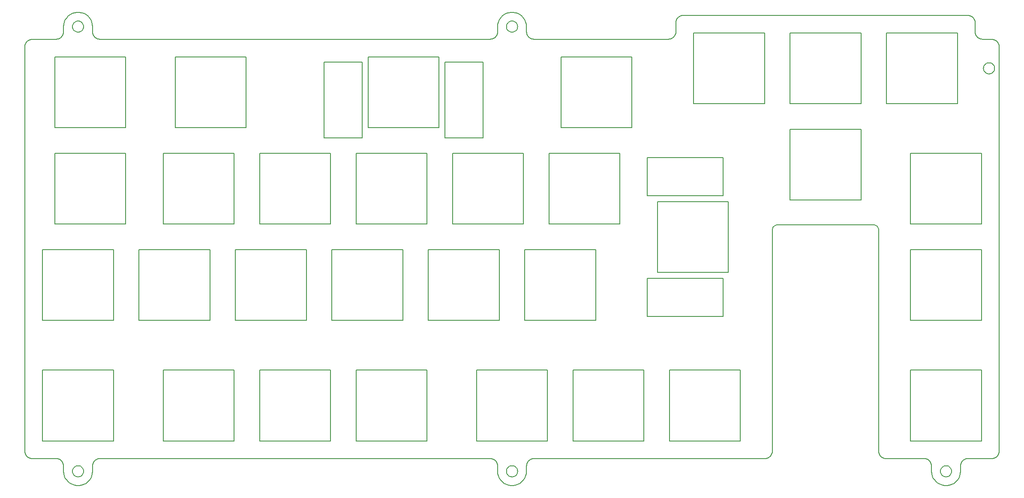
<source format=gbr>
%TF.GenerationSoftware,KiCad,Pcbnew,(6.0.5)*%
%TF.CreationDate,2023-03-04T14:04:18+00:00*%
%TF.ProjectId,d30 - Plate,64333020-2d20-4506-9c61-74652e6b6963,rev?*%
%TF.SameCoordinates,Original*%
%TF.FileFunction,Profile,NP*%
%FSLAX46Y46*%
G04 Gerber Fmt 4.6, Leading zero omitted, Abs format (unit mm)*
G04 Created by KiCad (PCBNEW (6.0.5)) date 2023-03-04 14:04:18*
%MOMM*%
%LPD*%
G01*
G04 APERTURE LIST*
%TA.AperFunction,Profile*%
%ADD10C,0.200000*%
%TD*%
G04 APERTURE END LIST*
D10*
X140578775Y-133266351D02*
X140763979Y-133216702D01*
X140404997Y-133347375D02*
X140578775Y-133266351D01*
X140247927Y-133457333D02*
X140404997Y-133347375D01*
X140112343Y-133592927D02*
X140247927Y-133457333D01*
X140002365Y-133749997D02*
X140112343Y-133592927D01*
X139921331Y-133923776D02*
X140002365Y-133749997D01*
X139871702Y-134108979D02*
X139921331Y-133923776D01*
X139854994Y-134300000D02*
X139871702Y-134108979D01*
X139871702Y-134491021D02*
X139854994Y-134300000D01*
X139921331Y-134676225D02*
X139871702Y-134491021D01*
X140002365Y-134849984D02*
X139921331Y-134676225D01*
X140112343Y-135007073D02*
X140002365Y-134849984D01*
X140247927Y-135142648D02*
X140112343Y-135007073D01*
X140404997Y-135252625D02*
X140247927Y-135142648D01*
X140578775Y-135333669D02*
X140404997Y-135252625D01*
X140763979Y-135383279D02*
X140578775Y-135333669D01*
X140955000Y-135399987D02*
X140763979Y-135383279D01*
X141146002Y-135383279D02*
X140955000Y-135399987D01*
X141331215Y-135333669D02*
X141146002Y-135383279D01*
X141504993Y-135252625D02*
X141331215Y-135333669D01*
X141662054Y-135142648D02*
X141504993Y-135252625D01*
X141797638Y-135007073D02*
X141662054Y-135142648D01*
X141907625Y-134849984D02*
X141797638Y-135007073D01*
X141988659Y-134676225D02*
X141907625Y-134849984D01*
X142038288Y-134491021D02*
X141988659Y-134676225D01*
X142054996Y-134300000D02*
X142038288Y-134491021D01*
X142038288Y-134108979D02*
X142054996Y-134300000D01*
X141988659Y-133923776D02*
X142038288Y-134108979D01*
X141907625Y-133749997D02*
X141988659Y-133923776D01*
X141797638Y-133592927D02*
X141907625Y-133749997D01*
X141662054Y-133457333D02*
X141797638Y-133592927D01*
X141504993Y-133347375D02*
X141662054Y-133457333D01*
X141331215Y-133266351D02*
X141504993Y-133347375D01*
X141146002Y-133216702D02*
X141331215Y-133266351D01*
X140955000Y-133199994D02*
X141146002Y-133216702D01*
X140763979Y-133216702D02*
X140955000Y-133199994D01*
X147954998Y-128299996D02*
X133954992Y-128299996D01*
X147954998Y-114300000D02*
X147954998Y-128299996D01*
X133954992Y-114300000D02*
X147954998Y-114300000D01*
X133954992Y-128299996D02*
X133954992Y-114300000D01*
X54853772Y-133266351D02*
X55038981Y-133216702D01*
X54679994Y-133347375D02*
X54853772Y-133266351D01*
X54522928Y-133457333D02*
X54679994Y-133347375D01*
X54387345Y-133592927D02*
X54522928Y-133457333D01*
X54277367Y-133749997D02*
X54387345Y-133592927D01*
X54196332Y-133923776D02*
X54277367Y-133749997D01*
X54146706Y-134108979D02*
X54196332Y-133923776D01*
X54129994Y-134300000D02*
X54146706Y-134108979D01*
X54146706Y-134491021D02*
X54129994Y-134300000D01*
X54196332Y-134676225D02*
X54146706Y-134491021D01*
X54277367Y-134849984D02*
X54196332Y-134676225D01*
X54387345Y-135007073D02*
X54277367Y-134849984D01*
X54522928Y-135142648D02*
X54387345Y-135007073D01*
X54679994Y-135252625D02*
X54522928Y-135142648D01*
X54853772Y-135333669D02*
X54679994Y-135252625D01*
X55038981Y-135383279D02*
X54853772Y-135333669D01*
X55229994Y-135399987D02*
X55038981Y-135383279D01*
X55421007Y-135383279D02*
X55229994Y-135399987D01*
X55606217Y-135333669D02*
X55421007Y-135383279D01*
X55779995Y-135252625D02*
X55606217Y-135333669D01*
X55937060Y-135142648D02*
X55779995Y-135252625D01*
X56072644Y-135007073D02*
X55937060Y-135142648D01*
X56182622Y-134849984D02*
X56072644Y-135007073D01*
X56263655Y-134676225D02*
X56182622Y-134849984D01*
X56313283Y-134491021D02*
X56263655Y-134676225D01*
X56329994Y-134300000D02*
X56313283Y-134491021D01*
X56313283Y-134108979D02*
X56329994Y-134300000D01*
X56263655Y-133923776D02*
X56313283Y-134108979D01*
X56182622Y-133749997D02*
X56263655Y-133923776D01*
X56072644Y-133592927D02*
X56182622Y-133749997D01*
X55937060Y-133457333D02*
X56072644Y-133592927D01*
X55779995Y-133347375D02*
X55937060Y-133457333D01*
X55606217Y-133266351D02*
X55779995Y-133347375D01*
X55421007Y-133216702D02*
X55606217Y-133266351D01*
X55229994Y-133199994D02*
X55421007Y-133216702D01*
X55038981Y-133216702D02*
X55229994Y-133199994D01*
X55606217Y-47421157D02*
X55421007Y-47470786D01*
X55779995Y-47340123D02*
X55606217Y-47421157D01*
X55937060Y-47230145D02*
X55779995Y-47340123D01*
X56072644Y-47094561D02*
X55937060Y-47230145D01*
X56182622Y-46937510D02*
X56072644Y-47094561D01*
X56263655Y-46763713D02*
X56182622Y-46937510D01*
X56313283Y-46578509D02*
X56263655Y-46763713D01*
X56329994Y-46387498D02*
X56313283Y-46578509D01*
X56313283Y-46196486D02*
X56329994Y-46387498D01*
X56263655Y-46011273D02*
X56313283Y-46196486D01*
X56182622Y-45837504D02*
X56263655Y-46011273D01*
X56072644Y-45680434D02*
X56182622Y-45837504D01*
X55937060Y-45544850D02*
X56072644Y-45680434D01*
X55779995Y-45434863D02*
X55937060Y-45544850D01*
X55606217Y-45353839D02*
X55779995Y-45434863D01*
X55421007Y-45304210D02*
X55606217Y-45353839D01*
X55229994Y-45287501D02*
X55421007Y-45304210D01*
X55038981Y-45304210D02*
X55229994Y-45287501D01*
X54853772Y-45353839D02*
X55038981Y-45304210D01*
X54679994Y-45434863D02*
X54853772Y-45353839D01*
X54522928Y-45544850D02*
X54679994Y-45434863D01*
X54387345Y-45680434D02*
X54522928Y-45544850D01*
X54277367Y-45837504D02*
X54387345Y-45680434D01*
X54196332Y-46011273D02*
X54277367Y-45837504D01*
X54146706Y-46196486D02*
X54196332Y-46011273D01*
X54129994Y-46387498D02*
X54146706Y-46196486D01*
X54146706Y-46578509D02*
X54129994Y-46387498D01*
X54196332Y-46763713D02*
X54146706Y-46578509D01*
X54277367Y-46937510D02*
X54196332Y-46763713D01*
X54387345Y-47094561D02*
X54277367Y-46937510D01*
X54522928Y-47230145D02*
X54387345Y-47094561D01*
X54679994Y-47340123D02*
X54522928Y-47230145D01*
X54853772Y-47421157D02*
X54679994Y-47340123D01*
X55038981Y-47470786D02*
X54853772Y-47421157D01*
X55229994Y-47487494D02*
X55038981Y-47470786D01*
X55421007Y-47470786D02*
X55229994Y-47487494D01*
X141331215Y-47421157D02*
X141146002Y-47470786D01*
X141504993Y-47340123D02*
X141331215Y-47421157D01*
X141662054Y-47230145D02*
X141504993Y-47340123D01*
X141797638Y-47094561D02*
X141662054Y-47230145D01*
X141907625Y-46937510D02*
X141797638Y-47094561D01*
X141988659Y-46763713D02*
X141907625Y-46937510D01*
X142038288Y-46578509D02*
X141988659Y-46763713D01*
X142054996Y-46387498D02*
X142038288Y-46578509D01*
X142038288Y-46196486D02*
X142054996Y-46387498D01*
X141988659Y-46011273D02*
X142038288Y-46196486D01*
X141907625Y-45837504D02*
X141988659Y-46011273D01*
X141797638Y-45680434D02*
X141907625Y-45837504D01*
X141662054Y-45544850D02*
X141797638Y-45680434D01*
X141504993Y-45434863D02*
X141662054Y-45544850D01*
X141331215Y-45353839D02*
X141504993Y-45434863D01*
X141146002Y-45304210D02*
X141331215Y-45353839D01*
X140955000Y-45287501D02*
X141146002Y-45304210D01*
X140763979Y-45304210D02*
X140955000Y-45287501D01*
X140578775Y-45353839D02*
X140763979Y-45304210D01*
X140404997Y-45434863D02*
X140578775Y-45353839D01*
X140247927Y-45544850D02*
X140404997Y-45434863D01*
X140112343Y-45680434D02*
X140247927Y-45544850D01*
X140002365Y-45837504D02*
X140112343Y-45680434D01*
X139921331Y-46011273D02*
X140002365Y-45837504D01*
X139871702Y-46196486D02*
X139921331Y-46011273D01*
X139854994Y-46387498D02*
X139871702Y-46196486D01*
X139871702Y-46578509D02*
X139854994Y-46387498D01*
X139921331Y-46763713D02*
X139871702Y-46578509D01*
X140002365Y-46937510D02*
X139921331Y-46763713D01*
X140112343Y-47094561D02*
X140002365Y-46937510D01*
X140247927Y-47230145D02*
X140112343Y-47094561D01*
X140404997Y-47340123D02*
X140247927Y-47230145D01*
X140578775Y-47421157D02*
X140404997Y-47340123D01*
X140763979Y-47470786D02*
X140578775Y-47421157D01*
X140955000Y-47487494D02*
X140763979Y-47470786D01*
X141146002Y-47470786D02*
X140955000Y-47487494D01*
X226303787Y-133266351D02*
X226488972Y-133216702D01*
X226130008Y-133347375D02*
X226303787Y-133266351D01*
X225972919Y-133457333D02*
X226130008Y-133347375D01*
X225837345Y-133592927D02*
X225972919Y-133457333D01*
X225727367Y-133749997D02*
X225837345Y-133592927D01*
X225646343Y-133923776D02*
X225727367Y-133749997D01*
X225596714Y-134108979D02*
X225646343Y-133923776D01*
X225580005Y-134300000D02*
X225596714Y-134108979D01*
X225596714Y-134491021D02*
X225580005Y-134300000D01*
X225646343Y-134676225D02*
X225596714Y-134491021D01*
X225727367Y-134849984D02*
X225646343Y-134676225D01*
X225837345Y-135007073D02*
X225727367Y-134849984D01*
X225972919Y-135142648D02*
X225837345Y-135007073D01*
X226130008Y-135252625D02*
X225972919Y-135142648D01*
X226303787Y-135333669D02*
X226130008Y-135252625D01*
X226488972Y-135383279D02*
X226303787Y-135333669D01*
X226680012Y-135399987D02*
X226488972Y-135383279D01*
X226871013Y-135383279D02*
X226680012Y-135399987D01*
X227056217Y-135333669D02*
X226871013Y-135383279D01*
X227229996Y-135252625D02*
X227056217Y-135333669D01*
X227387066Y-135142648D02*
X227229996Y-135252625D01*
X227522640Y-135007073D02*
X227387066Y-135142648D01*
X227632618Y-134849984D02*
X227522640Y-135007073D01*
X227713661Y-134676225D02*
X227632618Y-134849984D01*
X227763290Y-134491021D02*
X227713661Y-134676225D01*
X227779999Y-134300000D02*
X227763290Y-134491021D01*
X227763290Y-134108979D02*
X227779999Y-134300000D01*
X227713661Y-133923776D02*
X227763290Y-134108979D01*
X227632618Y-133749997D02*
X227713661Y-133923776D01*
X227522640Y-133592927D02*
X227632618Y-133749997D01*
X227387066Y-133457333D02*
X227522640Y-133592927D01*
X227229996Y-133347375D02*
X227387066Y-133457333D01*
X227056217Y-133266351D02*
X227229996Y-133347375D01*
X226871013Y-133216702D02*
X227056217Y-133266351D01*
X226680012Y-133199994D02*
X226871013Y-133216702D01*
X226488972Y-133216702D02*
X226680012Y-133199994D01*
X214607029Y-131777207D02*
X214867496Y-131800000D01*
X214354458Y-131709535D02*
X214607029Y-131777207D01*
X214117489Y-131599023D02*
X214354458Y-131709535D01*
X213903312Y-131449067D02*
X214117489Y-131599023D01*
X213718433Y-131264169D02*
X213903312Y-131449067D01*
X213568477Y-131050011D02*
X213718433Y-131264169D01*
X213457966Y-130813043D02*
X213568477Y-131050011D01*
X213390293Y-130560471D02*
X213457966Y-130813043D01*
X213367481Y-130300004D02*
X213390293Y-130560471D01*
X213367481Y-86581256D02*
X213367481Y-130300004D01*
X213352299Y-86407592D02*
X213367481Y-86581256D01*
X213307190Y-86239230D02*
X213352299Y-86407592D01*
X213233509Y-86081254D02*
X213307190Y-86239230D01*
X213133545Y-85938460D02*
X213233509Y-86081254D01*
X213010273Y-85815198D02*
X213133545Y-85938460D01*
X212867489Y-85715224D02*
X213010273Y-85815198D01*
X212709522Y-85641553D02*
X212867489Y-85715224D01*
X212541141Y-85596434D02*
X212709522Y-85641553D01*
X212367496Y-85581252D02*
X212541141Y-85596434D01*
X193367491Y-85581252D02*
X212367496Y-85581252D01*
X193193846Y-85596434D02*
X193367491Y-85581252D01*
X193025474Y-85641553D02*
X193193846Y-85596434D01*
X192867489Y-85715224D02*
X193025474Y-85641553D01*
X192724714Y-85815198D02*
X192867489Y-85715224D01*
X192601452Y-85938460D02*
X192724714Y-85815198D01*
X192501478Y-86081254D02*
X192601452Y-85938460D01*
X192427807Y-86239230D02*
X192501478Y-86081254D01*
X192382688Y-86407592D02*
X192427807Y-86239230D01*
X192367487Y-86581256D02*
X192382688Y-86407592D01*
X192367487Y-130300004D02*
X192367487Y-86581256D01*
X192344703Y-130560471D02*
X192367487Y-130300004D01*
X192277031Y-130813043D02*
X192344703Y-130560471D01*
X192166529Y-131050011D02*
X192277031Y-130813043D01*
X192016563Y-131264169D02*
X192166529Y-131050011D01*
X191831674Y-131449067D02*
X192016563Y-131264169D01*
X191617489Y-131599023D02*
X191831674Y-131449067D01*
X191380520Y-131709535D02*
X191617489Y-131599023D01*
X191127968Y-131777207D02*
X191380520Y-131709535D01*
X190867491Y-131800000D02*
X191127968Y-131777207D01*
X145304994Y-131800000D02*
X190867491Y-131800000D01*
X145044517Y-131822793D02*
X145304994Y-131800000D01*
X144791965Y-131890466D02*
X145044517Y-131822793D01*
X144554996Y-132000958D02*
X144791965Y-131890466D01*
X144340811Y-132150933D02*
X144554996Y-132000958D01*
X144155931Y-132335812D02*
X144340811Y-132150933D01*
X144005956Y-132550008D02*
X144155931Y-132335812D01*
X143895454Y-132786977D02*
X144005956Y-132550008D01*
X143827781Y-133039529D02*
X143895454Y-132786977D01*
X143804998Y-133299996D02*
X143827781Y-133039529D01*
X143804998Y-134300000D02*
X143804998Y-133299996D01*
X143766126Y-134769093D02*
X143804998Y-134300000D01*
X143650579Y-135225388D02*
X143766126Y-134769093D01*
X143461494Y-135656449D02*
X143650579Y-135225388D01*
X143204040Y-136050507D02*
X143461494Y-135656449D01*
X142885256Y-136396806D02*
X143204040Y-136050507D01*
X142513799Y-136685941D02*
X142885256Y-136396806D01*
X142099829Y-136909959D02*
X142513799Y-136685941D01*
X141654625Y-137062795D02*
X142099829Y-136909959D01*
X141190347Y-137140252D02*
X141654625Y-137062795D01*
X140719642Y-137140252D02*
X141190347Y-137140252D01*
X140255356Y-137062795D02*
X140719642Y-137140252D01*
X139810161Y-136909959D02*
X140255356Y-137062795D01*
X139396190Y-136685941D02*
X139810161Y-136909959D01*
X139024734Y-136396806D02*
X139396190Y-136685941D01*
X138705940Y-136050507D02*
X139024734Y-136396806D01*
X138448496Y-135656449D02*
X138705940Y-136050507D01*
X138259420Y-135225388D02*
X138448496Y-135656449D01*
X138143863Y-134769093D02*
X138259420Y-135225388D01*
X138105001Y-134300000D02*
X138143863Y-134769093D01*
X138105001Y-133299996D02*
X138105001Y-134300000D01*
X138082208Y-133039529D02*
X138105001Y-133299996D01*
X138014536Y-132786977D02*
X138082208Y-133039529D01*
X137904033Y-132550008D02*
X138014536Y-132786977D01*
X137754059Y-132335812D02*
X137904033Y-132550008D01*
X137569179Y-132150933D02*
X137754059Y-132335812D01*
X137354994Y-132000958D02*
X137569179Y-132150933D01*
X137118025Y-131890466D02*
X137354994Y-132000958D01*
X136865463Y-131822793D02*
X137118025Y-131890466D01*
X136604996Y-131800000D02*
X136865463Y-131822793D01*
X59579994Y-131800000D02*
X136604996Y-131800000D01*
X59319522Y-131822793D02*
X59579994Y-131800000D01*
X59066964Y-131890466D02*
X59319522Y-131822793D01*
X58829994Y-132000958D02*
X59066964Y-131890466D01*
X58615813Y-132150933D02*
X58829994Y-132000958D01*
X58430928Y-132335812D02*
X58615813Y-132150933D01*
X58280957Y-132550008D02*
X58430928Y-132335812D01*
X58170455Y-132786977D02*
X58280957Y-132550008D01*
X58102783Y-133039529D02*
X58170455Y-132786977D01*
X58079995Y-133299996D02*
X58102783Y-133039529D01*
X58079995Y-134300000D02*
X58079995Y-133299996D01*
X58041124Y-134769093D02*
X58079995Y-134300000D01*
X57925573Y-135225388D02*
X58041124Y-134769093D01*
X57736494Y-135656449D02*
X57925573Y-135225388D01*
X57479045Y-136050507D02*
X57736494Y-135656449D01*
X57160247Y-136396806D02*
X57479045Y-136050507D01*
X56788796Y-136685941D02*
X57160247Y-136396806D01*
X56374826Y-136909959D02*
X56788796Y-136685941D01*
X55929627Y-137062795D02*
X56374826Y-136909959D01*
X55465345Y-137140252D02*
X55929627Y-137062795D01*
X54994643Y-137140252D02*
X55465345Y-137140252D01*
X54530360Y-137062795D02*
X54994643Y-137140252D01*
X54085162Y-136909959D02*
X54530360Y-137062795D01*
X53671192Y-136685941D02*
X54085162Y-136909959D01*
X53299741Y-136396806D02*
X53671192Y-136685941D01*
X52980943Y-136050507D02*
X53299741Y-136396806D01*
X52723494Y-135656449D02*
X52980943Y-136050507D01*
X52534415Y-135225388D02*
X52723494Y-135656449D01*
X52418864Y-134769093D02*
X52534415Y-135225388D01*
X52379994Y-134300000D02*
X52418864Y-134769093D01*
X52379994Y-133299996D02*
X52379994Y-134300000D01*
X52357206Y-133039529D02*
X52379994Y-133299996D01*
X52289533Y-132786977D02*
X52357206Y-133039529D01*
X52179032Y-132550008D02*
X52289533Y-132786977D01*
X52029061Y-132335812D02*
X52179032Y-132550008D01*
X51844175Y-132150933D02*
X52029061Y-132335812D01*
X51629994Y-132000958D02*
X51844175Y-132150933D01*
X51393024Y-131890466D02*
X51629994Y-132000958D01*
X51140466Y-131822793D02*
X51393024Y-131890466D01*
X50879994Y-131800000D02*
X51140466Y-131822793D01*
X46229994Y-131800000D02*
X50879994Y-131800000D01*
X45969521Y-131777207D02*
X46229994Y-131800000D01*
X45716963Y-131709535D02*
X45969521Y-131777207D01*
X45479994Y-131599023D02*
X45716963Y-131709535D01*
X45265813Y-131449067D02*
X45479994Y-131599023D01*
X45080928Y-131264169D02*
X45265813Y-131449067D01*
X44930956Y-131050011D02*
X45080928Y-131264169D01*
X44820456Y-130813043D02*
X44930956Y-131050011D01*
X44752783Y-130560471D02*
X44820456Y-130813043D01*
X44729994Y-130300004D02*
X44752783Y-130560471D01*
X44729994Y-50387494D02*
X44729994Y-130300004D01*
X44752783Y-50127026D02*
X44729994Y-50387494D01*
X44820456Y-49874465D02*
X44752783Y-50127026D01*
X44930956Y-49637496D02*
X44820456Y-49874465D01*
X45080928Y-49423320D02*
X44930956Y-49637496D01*
X45265813Y-49238431D02*
X45080928Y-49423320D01*
X45479994Y-49088466D02*
X45265813Y-49238431D01*
X45716963Y-48977954D02*
X45479994Y-49088466D01*
X45969521Y-48910281D02*
X45716963Y-48977954D01*
X46229994Y-48887498D02*
X45969521Y-48910281D01*
X50879994Y-48887498D02*
X46229994Y-48887498D01*
X51140466Y-48864695D02*
X50879994Y-48887498D01*
X51393024Y-48797032D02*
X51140466Y-48864695D01*
X51629994Y-48686540D02*
X51393024Y-48797032D01*
X51844175Y-48536565D02*
X51629994Y-48686540D01*
X52029061Y-48351676D02*
X51844175Y-48536565D01*
X52179032Y-48137500D02*
X52029061Y-48351676D01*
X52289533Y-47900531D02*
X52179032Y-48137500D01*
X52357206Y-47647979D02*
X52289533Y-47900531D01*
X52379994Y-47387492D02*
X52357206Y-47647979D01*
X52379994Y-46387498D02*
X52379994Y-47387492D01*
X52418864Y-45918404D02*
X52379994Y-46387498D01*
X52534415Y-45462100D02*
X52418864Y-45918404D01*
X52723494Y-45031049D02*
X52534415Y-45462100D01*
X52980943Y-44636990D02*
X52723494Y-45031049D01*
X53299741Y-44290683D02*
X52980943Y-44636990D01*
X53671192Y-44001567D02*
X53299741Y-44290683D01*
X54085162Y-43777539D02*
X53671192Y-44001567D01*
X54530360Y-43624713D02*
X54085162Y-43777539D01*
X54994643Y-43547236D02*
X54530360Y-43624713D01*
X55465345Y-43547236D02*
X54994643Y-43547236D01*
X55929627Y-43624713D02*
X55465345Y-43547236D01*
X56374826Y-43777539D02*
X55929627Y-43624713D01*
X56788796Y-44001567D02*
X56374826Y-43777539D01*
X57160247Y-44290683D02*
X56788796Y-44001567D01*
X57479045Y-44636990D02*
X57160247Y-44290683D01*
X57736494Y-45031049D02*
X57479045Y-44636990D01*
X57925573Y-45462100D02*
X57736494Y-45031049D01*
X58041124Y-45918404D02*
X57925573Y-45462100D01*
X58079995Y-46387498D02*
X58041124Y-45918404D01*
X58079995Y-47387492D02*
X58079995Y-46387498D01*
X58102783Y-47647979D02*
X58079995Y-47387492D01*
X58170455Y-47900531D02*
X58102783Y-47647979D01*
X58280957Y-48137500D02*
X58170455Y-47900531D01*
X58430928Y-48351676D02*
X58280957Y-48137500D01*
X58615813Y-48536565D02*
X58430928Y-48351676D01*
X58829994Y-48686540D02*
X58615813Y-48536565D01*
X59066964Y-48797032D02*
X58829994Y-48686540D01*
X59319522Y-48864695D02*
X59066964Y-48797032D01*
X59579994Y-48887498D02*
X59319522Y-48864695D01*
X136604996Y-48887498D02*
X59579994Y-48887498D01*
X136865463Y-48864695D02*
X136604996Y-48887498D01*
X137118025Y-48797032D02*
X136865463Y-48864695D01*
X137354994Y-48686540D02*
X137118025Y-48797032D01*
X137569179Y-48536565D02*
X137354994Y-48686540D01*
X137754059Y-48351676D02*
X137569179Y-48536565D01*
X137904033Y-48137500D02*
X137754059Y-48351676D01*
X138014536Y-47900531D02*
X137904033Y-48137500D01*
X138082208Y-47647979D02*
X138014536Y-47900531D01*
X138105001Y-47387492D02*
X138082208Y-47647979D01*
X138105001Y-46387498D02*
X138105001Y-47387492D01*
X138143863Y-45918404D02*
X138105001Y-46387498D01*
X138259420Y-45462100D02*
X138143863Y-45918404D01*
X138448496Y-45031049D02*
X138259420Y-45462100D01*
X138705940Y-44636990D02*
X138448496Y-45031049D01*
X139024734Y-44290683D02*
X138705940Y-44636990D01*
X139396190Y-44001567D02*
X139024734Y-44290683D01*
X139810161Y-43777539D02*
X139396190Y-44001567D01*
X140255356Y-43624713D02*
X139810161Y-43777539D01*
X140719642Y-43547236D02*
X140255356Y-43624713D01*
X141190347Y-43547236D02*
X140719642Y-43547236D01*
X141654625Y-43624713D02*
X141190347Y-43547236D01*
X142099829Y-43777539D02*
X141654625Y-43624713D01*
X142513799Y-44001567D02*
X142099829Y-43777539D01*
X142885256Y-44290683D02*
X142513799Y-44001567D01*
X143204040Y-44636990D02*
X142885256Y-44290683D01*
X143461494Y-45031049D02*
X143204040Y-44636990D01*
X143650579Y-45462100D02*
X143461494Y-45031049D01*
X143766126Y-45918404D02*
X143650579Y-45462100D01*
X143804998Y-46387498D02*
X143766126Y-45918404D01*
X143804998Y-47387492D02*
X143804998Y-46387498D01*
X143827781Y-47647979D02*
X143804998Y-47387492D01*
X143895454Y-47900531D02*
X143827781Y-47647979D01*
X144005956Y-48137500D02*
X143895454Y-47900531D01*
X144155931Y-48351676D02*
X144005956Y-48137500D01*
X144340811Y-48536565D02*
X144155931Y-48351676D01*
X144554996Y-48686540D02*
X144340811Y-48536565D01*
X144791965Y-48797032D02*
X144554996Y-48686540D01*
X145044517Y-48864695D02*
X144791965Y-48797032D01*
X145304994Y-48887498D02*
X145044517Y-48864695D01*
X171817493Y-48887498D02*
X145304994Y-48887498D01*
X172077970Y-48864695D02*
X171817493Y-48887498D01*
X172330522Y-48797032D02*
X172077970Y-48864695D01*
X172567491Y-48686540D02*
X172330522Y-48797032D01*
X172781677Y-48536565D02*
X172567491Y-48686540D01*
X172966566Y-48351676D02*
X172781677Y-48536565D01*
X173116531Y-48137500D02*
X172966566Y-48351676D01*
X173227033Y-47900531D02*
X173116531Y-48137500D01*
X173294706Y-47647979D02*
X173227033Y-47900531D01*
X173317489Y-47387492D02*
X173294706Y-47647979D01*
X173317489Y-45624997D02*
X173317489Y-47387492D01*
X173340282Y-45364520D02*
X173317489Y-45624997D01*
X173407955Y-45111968D02*
X173340282Y-45364520D01*
X173518457Y-44874999D02*
X173407955Y-45111968D01*
X173668432Y-44660813D02*
X173518457Y-44874999D01*
X173853311Y-44475924D02*
X173668432Y-44660813D01*
X174067497Y-44325959D02*
X173853311Y-44475924D01*
X174304466Y-44215457D02*
X174067497Y-44325959D01*
X174557018Y-44147784D02*
X174304466Y-44215457D01*
X174817495Y-44125001D02*
X174557018Y-44147784D01*
X230917492Y-44125001D02*
X174817495Y-44125001D01*
X231177978Y-44147784D02*
X230917492Y-44125001D01*
X231430530Y-44215457D02*
X231177978Y-44147784D01*
X231667499Y-44325959D02*
X231430530Y-44215457D01*
X231881676Y-44475924D02*
X231667499Y-44325959D01*
X232066574Y-44660813D02*
X231881676Y-44475924D01*
X232216530Y-44874999D02*
X232066574Y-44660813D01*
X232327022Y-45111968D02*
X232216530Y-44874999D01*
X232394714Y-45364520D02*
X232327022Y-45111968D01*
X232417488Y-45624997D02*
X232394714Y-45364520D01*
X232417488Y-47387492D02*
X232417488Y-45624997D01*
X232440281Y-47647979D02*
X232417488Y-47387492D01*
X232507953Y-47900531D02*
X232440281Y-47647979D01*
X232618465Y-48137500D02*
X232507953Y-47900531D01*
X232768421Y-48351676D02*
X232618465Y-48137500D01*
X232953319Y-48536565D02*
X232768421Y-48351676D01*
X233167496Y-48686540D02*
X232953319Y-48536565D01*
X233404465Y-48797032D02*
X233167496Y-48686540D01*
X233657017Y-48864695D02*
X233404465Y-48797032D01*
X233917484Y-48887498D02*
X233657017Y-48864695D01*
X235679989Y-48887498D02*
X233917484Y-48887498D01*
X235940475Y-48910281D02*
X235679989Y-48887498D01*
X236193027Y-48977954D02*
X235940475Y-48910281D01*
X236429996Y-49088466D02*
X236193027Y-48977954D01*
X236644172Y-49238431D02*
X236429996Y-49088466D01*
X236829071Y-49423320D02*
X236644172Y-49238431D01*
X236979027Y-49637496D02*
X236829071Y-49423320D01*
X237089538Y-49874465D02*
X236979027Y-49637496D01*
X237157211Y-50127017D02*
X237089538Y-49874465D01*
X237179985Y-50387494D02*
X237157211Y-50127017D01*
X237179985Y-130300004D02*
X237179985Y-50387494D01*
X237157211Y-130560471D02*
X237179985Y-130300004D01*
X237089538Y-130813043D02*
X237157211Y-130560471D01*
X236979027Y-131050011D02*
X237089538Y-130813043D01*
X236829071Y-131264169D02*
X236979027Y-131050011D01*
X236644172Y-131449067D02*
X236829071Y-131264169D01*
X236429996Y-131599023D02*
X236644172Y-131449067D01*
X236193027Y-131709535D02*
X236429996Y-131599023D01*
X235940475Y-131777207D02*
X236193027Y-131709535D01*
X235679989Y-131800000D02*
X235940475Y-131777207D01*
X231029987Y-131800000D02*
X235679989Y-131800000D01*
X230769520Y-131822793D02*
X231029987Y-131800000D01*
X230516968Y-131890466D02*
X230769520Y-131822793D01*
X230279999Y-132000958D02*
X230516968Y-131890466D01*
X230065822Y-132150933D02*
X230279999Y-132000958D01*
X229880924Y-132335812D02*
X230065822Y-132150933D01*
X229730949Y-132550008D02*
X229880924Y-132335812D01*
X229620456Y-132786977D02*
X229730949Y-132550008D01*
X229552784Y-133039529D02*
X229620456Y-132786977D01*
X229529991Y-133299996D02*
X229552784Y-133039529D01*
X229529991Y-134300000D02*
X229529991Y-133299996D01*
X229491138Y-134769093D02*
X229529991Y-134300000D01*
X229375572Y-135225388D02*
X229491138Y-134769093D01*
X229186497Y-135656449D02*
X229375572Y-135225388D01*
X228929043Y-136050507D02*
X229186497Y-135656449D01*
X228610248Y-136396806D02*
X228929043Y-136050507D01*
X228238792Y-136685941D02*
X228610248Y-136396806D01*
X227824821Y-136909959D02*
X228238792Y-136685941D01*
X227379627Y-137062795D02*
X227824821Y-136909959D01*
X226915359Y-137140252D02*
X227379627Y-137062795D01*
X226444645Y-137140252D02*
X226915359Y-137140252D01*
X225980358Y-137062795D02*
X226444645Y-137140252D01*
X225535164Y-136909959D02*
X225980358Y-137062795D01*
X225121193Y-136685941D02*
X225535164Y-136909959D01*
X224749756Y-136396806D02*
X225121193Y-136685941D01*
X224430942Y-136050507D02*
X224749756Y-136396806D01*
X224173507Y-135656449D02*
X224430942Y-136050507D01*
X223984413Y-135225388D02*
X224173507Y-135656449D01*
X223868885Y-134769093D02*
X223984413Y-135225388D01*
X223829975Y-134300000D02*
X223868885Y-134769093D01*
X223829975Y-133299996D02*
X223829975Y-134300000D01*
X223807220Y-133039529D02*
X223829975Y-133299996D01*
X223739548Y-132786977D02*
X223807220Y-133039529D01*
X223629036Y-132550008D02*
X223739548Y-132786977D01*
X223479061Y-132335812D02*
X223629036Y-132550008D01*
X223294182Y-132150933D02*
X223479061Y-132335812D01*
X223080005Y-132000958D02*
X223294182Y-132150933D01*
X222843036Y-131890466D02*
X223080005Y-132000958D01*
X222590465Y-131822793D02*
X222843036Y-131890466D01*
X222329979Y-131800000D02*
X222590465Y-131822793D01*
X214867496Y-131800000D02*
X222329979Y-131800000D01*
X48229994Y-104487502D02*
X62229994Y-104487502D01*
X48229994Y-90487506D02*
X48229994Y-104487502D01*
X62229994Y-90487506D02*
X48229994Y-90487506D01*
X62229994Y-104487502D02*
X62229994Y-90487506D01*
X81279995Y-104487502D02*
X67279994Y-104487502D01*
X81279995Y-90487506D02*
X81279995Y-104487502D01*
X67279994Y-90487506D02*
X81279995Y-90487506D01*
X67279994Y-104487502D02*
X67279994Y-90487506D01*
X143192501Y-71437508D02*
X143192501Y-85437495D01*
X129192495Y-71437508D02*
X143192501Y-71437508D01*
X129192495Y-85437495D02*
X129192495Y-71437508D01*
X143192501Y-85437495D02*
X129192495Y-85437495D01*
X50611244Y-66387498D02*
X64611244Y-66387498D01*
X50611244Y-52387492D02*
X50611244Y-66387498D01*
X64611244Y-52387492D02*
X50611244Y-52387492D01*
X64611244Y-66387498D02*
X64611244Y-52387492D01*
X88423748Y-52387492D02*
X88423748Y-66387498D01*
X74423744Y-52387492D02*
X88423748Y-52387492D01*
X74423744Y-66387498D02*
X74423744Y-52387492D01*
X88423748Y-66387498D02*
X74423744Y-66387498D01*
X176817503Y-61625001D02*
X190817499Y-61625001D01*
X176817503Y-47624995D02*
X176817503Y-61625001D01*
X190817499Y-47624995D02*
X176817503Y-47624995D01*
X190817499Y-61625001D02*
X190817499Y-47624995D01*
X105092497Y-128299996D02*
X91092496Y-128299996D01*
X105092497Y-114300000D02*
X105092497Y-128299996D01*
X91092496Y-114300000D02*
X105092497Y-114300000D01*
X91092496Y-128299996D02*
X91092496Y-114300000D01*
X195867500Y-61625001D02*
X209867496Y-61625001D01*
X195867500Y-47624995D02*
X195867500Y-61625001D01*
X209867496Y-47624995D02*
X195867500Y-47624995D01*
X209867496Y-61625001D02*
X209867496Y-47624995D01*
X228917484Y-61625001D02*
X214917488Y-61625001D01*
X228917484Y-47624995D02*
X228917484Y-61625001D01*
X214917488Y-47624995D02*
X228917484Y-47624995D01*
X214917488Y-61625001D02*
X214917488Y-47624995D01*
X126523742Y-66387498D02*
X112523742Y-66387498D01*
X126523742Y-52387492D02*
X126523742Y-66387498D01*
X112523742Y-52387492D02*
X126523742Y-52387492D01*
X112523742Y-66387498D02*
X112523742Y-52387492D01*
X150623741Y-66387498D02*
X164623747Y-66387498D01*
X150623741Y-52387492D02*
X150623741Y-66387498D01*
X164623747Y-52387492D02*
X150623741Y-52387492D01*
X164623747Y-66387498D02*
X164623747Y-52387492D01*
X234629993Y-53672368D02*
X234803772Y-53591334D01*
X234472923Y-53782346D02*
X234629993Y-53672368D01*
X234337349Y-53917930D02*
X234472923Y-53782346D01*
X234227371Y-54075000D02*
X234337349Y-53917930D01*
X234146328Y-54248769D02*
X234227371Y-54075000D01*
X234096699Y-54433982D02*
X234146328Y-54248769D01*
X234080009Y-54625003D02*
X234096699Y-54433982D01*
X234096699Y-54816005D02*
X234080009Y-54625003D01*
X234146328Y-55001218D02*
X234096699Y-54816005D01*
X234227371Y-55174996D02*
X234146328Y-55001218D01*
X234337349Y-55332057D02*
X234227371Y-55174996D01*
X234472923Y-55467641D02*
X234337349Y-55332057D01*
X234629993Y-55577628D02*
X234472923Y-55467641D01*
X234803772Y-55658662D02*
X234629993Y-55577628D01*
X234988975Y-55708281D02*
X234803772Y-55658662D01*
X235179996Y-55724999D02*
X234988975Y-55708281D01*
X235371017Y-55708281D02*
X235179996Y-55724999D01*
X235556221Y-55658662D02*
X235371017Y-55708281D01*
X235729999Y-55577628D02*
X235556221Y-55658662D01*
X235887070Y-55467641D02*
X235729999Y-55577628D01*
X236022644Y-55332057D02*
X235887070Y-55467641D01*
X236132622Y-55174996D02*
X236022644Y-55332057D01*
X236213646Y-55001218D02*
X236132622Y-55174996D01*
X236263294Y-54816005D02*
X236213646Y-55001218D01*
X236280002Y-54625003D02*
X236263294Y-54816005D01*
X236263294Y-54433982D02*
X236280002Y-54625003D01*
X236213646Y-54248769D02*
X236263294Y-54433982D01*
X236132622Y-54075000D02*
X236213646Y-54248769D01*
X236022644Y-53917930D02*
X236132622Y-54075000D01*
X235887070Y-53782346D02*
X236022644Y-53917930D01*
X235729999Y-53672368D02*
X235887070Y-53782346D01*
X235556221Y-53591334D02*
X235729999Y-53672368D01*
X235371017Y-53541705D02*
X235556221Y-53591334D01*
X235179996Y-53524997D02*
X235371017Y-53541705D01*
X234988975Y-53541705D02*
X235179996Y-53524997D01*
X234803772Y-53591334D02*
X234988975Y-53541705D01*
X127711744Y-53387496D02*
X135211744Y-53387496D01*
X127711744Y-68387496D02*
X127711744Y-53387496D01*
X135211744Y-68387496D02*
X127711744Y-68387496D01*
X135211744Y-53387496D02*
X135211744Y-68387496D01*
X103835745Y-53387496D02*
X111335740Y-53387496D01*
X103835745Y-68387496D02*
X103835745Y-53387496D01*
X111335740Y-68387496D02*
X103835745Y-68387496D01*
X111335740Y-53387496D02*
X111335740Y-68387496D01*
X233680000Y-85437495D02*
X219680004Y-85437495D01*
X233680000Y-71437508D02*
X233680000Y-85437495D01*
X219680004Y-71437508D02*
X233680000Y-71437508D01*
X219680004Y-85437495D02*
X219680004Y-71437508D01*
X209867496Y-80674998D02*
X195867500Y-80674998D01*
X209867496Y-66674992D02*
X209867496Y-80674998D01*
X195867500Y-66674992D02*
X209867496Y-66674992D01*
X195867500Y-80674998D02*
X195867500Y-66674992D01*
X219680004Y-128299996D02*
X219680004Y-114300000D01*
X233680000Y-128299996D02*
X219680004Y-128299996D01*
X233680000Y-114300000D02*
X233680000Y-128299996D01*
X219680004Y-114300000D02*
X233680000Y-114300000D01*
X169673748Y-80962493D02*
X183673744Y-80962493D01*
X169673748Y-94962489D02*
X169673748Y-80962493D01*
X183673744Y-94962489D02*
X169673748Y-94962489D01*
X183673744Y-80962493D02*
X183673744Y-94962489D01*
X182673750Y-79774501D02*
X167673750Y-79774501D01*
X182673750Y-72274501D02*
X182673750Y-79774501D01*
X167673750Y-72274501D02*
X182673750Y-72274501D01*
X167673750Y-79774501D02*
X167673750Y-72274501D01*
X148242492Y-85437495D02*
X162242498Y-85437495D01*
X148242492Y-71437508D02*
X148242492Y-85437495D01*
X162242498Y-71437508D02*
X148242492Y-71437508D01*
X162242498Y-85437495D02*
X162242498Y-71437508D01*
X124142504Y-85437495D02*
X110142493Y-85437495D01*
X124142504Y-71437508D02*
X124142504Y-85437495D01*
X110142493Y-71437508D02*
X124142504Y-71437508D01*
X110142493Y-85437495D02*
X110142493Y-71437508D01*
X105092497Y-85437495D02*
X91092496Y-85437495D01*
X105092497Y-71437508D02*
X105092497Y-85437495D01*
X91092496Y-71437508D02*
X105092497Y-71437508D01*
X91092496Y-85437495D02*
X91092496Y-71437508D01*
X124142504Y-114300000D02*
X124142504Y-128299996D01*
X110142493Y-114300000D02*
X124142504Y-114300000D01*
X110142493Y-128299996D02*
X110142493Y-114300000D01*
X124142504Y-128299996D02*
X110142493Y-128299996D01*
X153004999Y-128299996D02*
X153004999Y-114300000D01*
X167004995Y-128299996D02*
X153004999Y-128299996D01*
X167004995Y-114300000D02*
X167004995Y-128299996D01*
X153004999Y-114300000D02*
X167004995Y-114300000D01*
X219680004Y-104487502D02*
X219680004Y-90487506D01*
X233680000Y-104487502D02*
X219680004Y-104487502D01*
X233680000Y-90487506D02*
X233680000Y-104487502D01*
X219680004Y-90487506D02*
X233680000Y-90487506D01*
X86042495Y-85437495D02*
X72042494Y-85437495D01*
X86042495Y-71437508D02*
X86042495Y-85437495D01*
X72042494Y-71437508D02*
X86042495Y-71437508D01*
X72042494Y-85437495D02*
X72042494Y-71437508D01*
X50611244Y-85437495D02*
X50611244Y-71437508D01*
X64611244Y-85437495D02*
X50611244Y-85437495D01*
X64611244Y-71437508D02*
X64611244Y-85437495D01*
X50611244Y-71437508D02*
X64611244Y-71437508D01*
X157480001Y-104487502D02*
X143479996Y-104487502D01*
X157480001Y-90487506D02*
X157480001Y-104487502D01*
X143479996Y-90487506D02*
X157480001Y-90487506D01*
X143479996Y-104487502D02*
X143479996Y-90487506D01*
X138429994Y-104487502D02*
X124429993Y-104487502D01*
X138429994Y-90487506D02*
X138429994Y-104487502D01*
X124429993Y-90487506D02*
X138429994Y-90487506D01*
X124429993Y-104487502D02*
X124429993Y-90487506D01*
X86329994Y-104487502D02*
X100329995Y-104487502D01*
X86329994Y-90487506D02*
X86329994Y-104487502D01*
X100329995Y-90487506D02*
X86329994Y-90487506D01*
X100329995Y-104487502D02*
X100329995Y-90487506D01*
X119379997Y-104487502D02*
X105379996Y-104487502D01*
X119379997Y-90487506D02*
X119379997Y-104487502D01*
X105379996Y-90487506D02*
X119379997Y-90487506D01*
X105379996Y-104487502D02*
X105379996Y-90487506D01*
X182673750Y-96150500D02*
X182673750Y-103650500D01*
X167673750Y-96150500D02*
X182673750Y-96150500D01*
X167673750Y-103650500D02*
X167673750Y-96150500D01*
X182673750Y-103650500D02*
X167673750Y-103650500D01*
X172054996Y-128299996D02*
X172054996Y-114300000D01*
X186055002Y-128299996D02*
X172054996Y-128299996D01*
X186055002Y-114300000D02*
X186055002Y-128299996D01*
X172054996Y-114300000D02*
X186055002Y-114300000D01*
X86042495Y-128299996D02*
X72042494Y-128299996D01*
X86042495Y-114300000D02*
X86042495Y-128299996D01*
X72042494Y-114300000D02*
X86042495Y-114300000D01*
X72042494Y-128299996D02*
X72042494Y-114300000D01*
X62229994Y-128299996D02*
X48229994Y-128299996D01*
X62229994Y-114300000D02*
X62229994Y-128299996D01*
X48229994Y-114300000D02*
X62229994Y-114300000D01*
X48229994Y-128299996D02*
X48229994Y-114300000D01*
M02*

</source>
